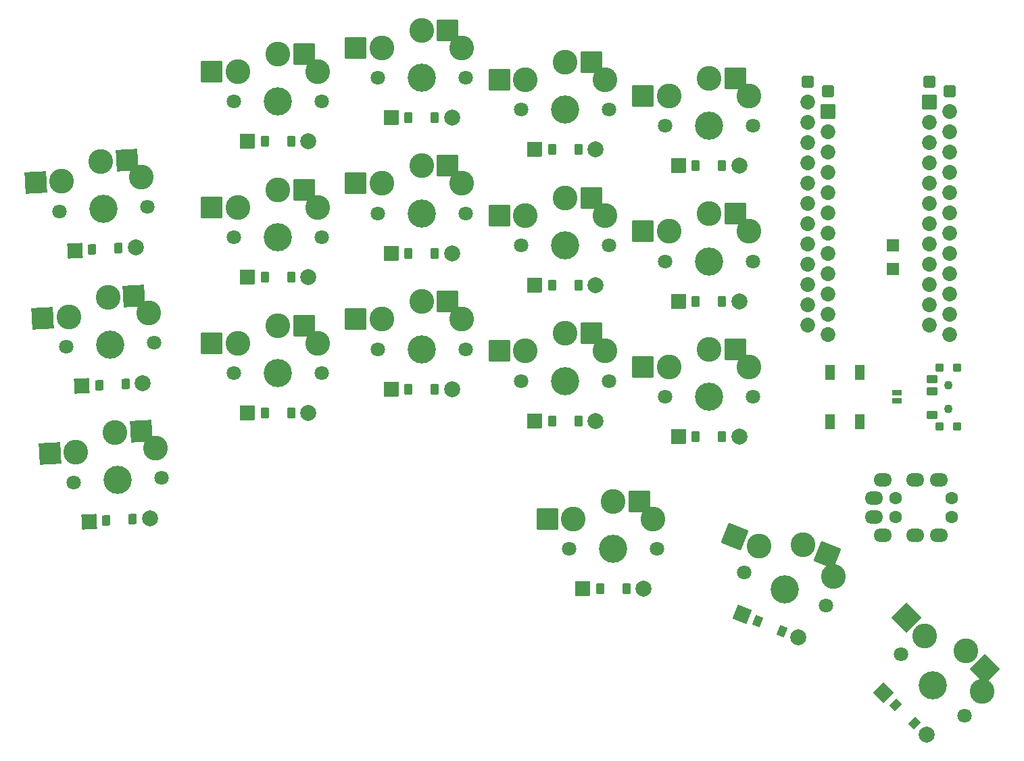
<source format=gbr>
%TF.GenerationSoftware,KiCad,Pcbnew,(6.0.4-0)*%
%TF.CreationDate,2022-05-03T20:10:54+08:00*%
%TF.ProjectId,board,626f6172-642e-46b6-9963-61645f706362,v1.0.0*%
%TF.SameCoordinates,Original*%
%TF.FileFunction,Soldermask,Top*%
%TF.FilePolarity,Negative*%
%FSLAX46Y46*%
G04 Gerber Fmt 4.6, Leading zero omitted, Abs format (unit mm)*
G04 Created by KiCad (PCBNEW (6.0.4-0)) date 2022-05-03 20:10:54*
%MOMM*%
%LPD*%
G01*
G04 APERTURE LIST*
G04 Aperture macros list*
%AMRoundRect*
0 Rectangle with rounded corners*
0 $1 Rounding radius*
0 $2 $3 $4 $5 $6 $7 $8 $9 X,Y pos of 4 corners*
0 Add a 4 corners polygon primitive as box body*
4,1,4,$2,$3,$4,$5,$6,$7,$8,$9,$2,$3,0*
0 Add four circle primitives for the rounded corners*
1,1,$1+$1,$2,$3*
1,1,$1+$1,$4,$5*
1,1,$1+$1,$6,$7*
1,1,$1+$1,$8,$9*
0 Add four rect primitives between the rounded corners*
20,1,$1+$1,$2,$3,$4,$5,0*
20,1,$1+$1,$4,$5,$6,$7,0*
20,1,$1+$1,$6,$7,$8,$9,0*
20,1,$1+$1,$8,$9,$2,$3,0*%
G04 Aperture macros list end*
%ADD10RoundRect,0.050000X-0.450000X0.450000X-0.450000X-0.450000X0.450000X-0.450000X0.450000X0.450000X0*%
%ADD11C,1.100000*%
%ADD12RoundRect,0.050000X-0.625000X0.450000X-0.625000X-0.450000X0.625000X-0.450000X0.625000X0.450000X0*%
%ADD13RoundRect,0.050000X-0.550000X0.900000X-0.550000X-0.900000X0.550000X-0.900000X0.550000X0.900000X0*%
%ADD14C,2.005000*%
%ADD15RoundRect,0.050000X-0.450000X-0.600000X0.450000X-0.600000X0.450000X0.600000X-0.450000X0.600000X0*%
%ADD16RoundRect,0.050000X-0.889000X-0.889000X0.889000X-0.889000X0.889000X0.889000X-0.889000X0.889000X0*%
%ADD17RoundRect,0.050000X-0.641997X-0.387737X0.192469X-0.724883X0.641997X0.387737X-0.192469X0.724883X0*%
%ADD18RoundRect,0.050000X-1.157292X-0.491241X0.491241X-1.157292X1.157292X0.491241X-0.491241X1.157292X0*%
%ADD19C,1.801800*%
%ADD20C,3.100000*%
%ADD21C,3.529000*%
%ADD22RoundRect,0.050000X-1.230182X-1.366255X1.366255X-1.230182X1.230182X1.366255X-1.366255X1.230182X0*%
%ADD23RoundRect,0.050000X-0.750000X-0.750000X0.750000X-0.750000X0.750000X0.750000X-0.750000X0.750000X0*%
%ADD24RoundRect,0.050000X-1.300000X-1.300000X1.300000X-1.300000X1.300000X1.300000X-1.300000X1.300000X0*%
%ADD25RoundRect,0.050000X-0.571500X0.317500X-0.571500X-0.317500X0.571500X-0.317500X0.571500X0.317500X0*%
%ADD26RoundRect,0.050000X-0.740498X-0.119008X-0.093092X-0.744200X0.740498X0.119008X0.093092X0.744200X0*%
%ADD27RoundRect,0.050000X-1.257044X-0.021942X0.021942X-1.257044X1.257044X0.021942X-0.021942X1.257044X0*%
%ADD28RoundRect,0.050000X-0.876300X0.876300X-0.876300X-0.876300X0.876300X-0.876300X0.876300X0.876300X0*%
%ADD29C,1.852600*%
%ADD30RoundRect,0.425000X-0.375000X-0.375000X0.375000X-0.375000X0.375000X0.375000X-0.375000X0.375000X0*%
%ADD31RoundRect,0.050000X-0.417982X-0.622729X0.480785X-0.575627X0.417982X0.622729X-0.480785X0.575627X0*%
%ADD32RoundRect,0.050000X-0.841255X-0.934308X0.934308X-0.841255X0.841255X0.934308X-0.934308X0.841255X0*%
%ADD33C,1.600000*%
%ADD34O,2.300000X1.700000*%
%ADD35RoundRect,0.050000X-1.692328X-0.718350X0.718350X-1.692328X1.692328X0.718350X-0.718350X1.692328X0*%
%ADD36RoundRect,0.050000X-1.838198X-0.032086X0.032086X-1.838198X1.838198X0.032086X-0.032086X1.838198X0*%
G04 APERTURE END LIST*
D10*
%TO.C,T1*%
X142370000Y-76230000D03*
X144570000Y-76230000D03*
X142370000Y-68830000D03*
X144570000Y-68830000D03*
D11*
X143470000Y-71030000D03*
X143470000Y-74030000D03*
D12*
X141395000Y-74780000D03*
X141395000Y-71780000D03*
X141395000Y-70280000D03*
%TD*%
D13*
%TO.C,B1*%
X132320000Y-69430000D03*
X132320000Y-75630000D03*
X128620000Y-69430000D03*
X128620000Y-75630000D03*
%TD*%
D14*
%TO.C,D14*%
X117280000Y-60530000D03*
D15*
X111820000Y-60530000D03*
D16*
X109660000Y-60530000D03*
D15*
X115120000Y-60530000D03*
%TD*%
D14*
%TO.C,D17*%
X124645407Y-102650143D03*
D17*
X119582984Y-100604791D03*
X122642690Y-101840993D03*
D18*
X117580267Y-99795641D03*
%TD*%
D14*
%TO.C,D15*%
X117280000Y-43530000D03*
D15*
X111820000Y-43530000D03*
X115120000Y-43530000D03*
D16*
X109660000Y-43530000D03*
%TD*%
D19*
%TO.C,S1*%
X33877538Y-83234291D03*
X44862462Y-82658595D03*
D20*
X34180592Y-79463262D03*
X39058601Y-77004597D03*
X39058601Y-77004597D03*
D21*
X39370000Y-82946443D03*
D20*
X44166888Y-78939902D03*
D22*
X42329113Y-76833197D03*
X30910081Y-79634662D03*
%TD*%
D23*
%TO.C,PAD1*%
X136470000Y-56530000D03*
%TD*%
D20*
%TO.C,S11*%
X90470000Y-49780000D03*
X95470000Y-47580000D03*
X100470000Y-49780000D03*
D19*
X89970000Y-53530000D03*
X100970000Y-53530000D03*
D20*
X95470000Y-47580000D03*
D21*
X95470000Y-53530000D03*
D24*
X98745000Y-47580000D03*
X87195000Y-49780000D03*
%TD*%
D25*
%TO.C,J2*%
X136970000Y-72029620D03*
X136970000Y-73030380D03*
%TD*%
D26*
%TO.C,D18*%
X136848108Y-111066099D03*
D14*
X140775704Y-114858933D03*
D26*
X139221930Y-113358471D03*
D27*
X135294334Y-109565637D03*
%TD*%
D19*
%TO.C,S7*%
X71970000Y-66530000D03*
D20*
X72470000Y-62780000D03*
D19*
X82970000Y-66530000D03*
D20*
X77470000Y-60580000D03*
D21*
X77470000Y-66530000D03*
D20*
X82470000Y-62780000D03*
X77470000Y-60580000D03*
D24*
X80745000Y-60580000D03*
X69195000Y-62780000D03*
%TD*%
D20*
%TO.C,S13*%
X108470000Y-68780000D03*
X113470000Y-66580000D03*
X118470000Y-68780000D03*
X113470000Y-66580000D03*
D19*
X118970000Y-72530000D03*
D21*
X113470000Y-72530000D03*
D19*
X107970000Y-72530000D03*
D24*
X116745000Y-66580000D03*
X105195000Y-68780000D03*
%TD*%
D28*
%TO.C,MCU2*%
X128350000Y-36810000D03*
D29*
X128350000Y-39350000D03*
X128350000Y-41890000D03*
X128350000Y-44430000D03*
X128350000Y-46970000D03*
X128350000Y-49510000D03*
X128350000Y-52050000D03*
X128350000Y-54590000D03*
X128350000Y-57130000D03*
X128350000Y-59670000D03*
X128350000Y-62210000D03*
X128350000Y-64750000D03*
X143590000Y-36810000D03*
X143590000Y-39350000D03*
X143590000Y-41890000D03*
X143590000Y-44430000D03*
X143590000Y-46970000D03*
X143590000Y-49510000D03*
X143590000Y-52050000D03*
X143590000Y-54590000D03*
X143590000Y-57130000D03*
X143590000Y-59670000D03*
X143590000Y-62210000D03*
X143590000Y-64750000D03*
D30*
X143590000Y-34270000D03*
X128350000Y-34270000D03*
%TD*%
D31*
%TO.C,D1*%
X37980615Y-88025945D03*
D14*
X43433133Y-87740191D03*
D32*
X35823575Y-88138991D03*
D31*
X41276093Y-87853237D03*
%TD*%
D20*
%TO.C,S8*%
X77470000Y-43580000D03*
D19*
X71970000Y-49530000D03*
D20*
X82470000Y-45780000D03*
X77470000Y-43580000D03*
D19*
X82970000Y-49530000D03*
D20*
X72470000Y-45780000D03*
D21*
X77470000Y-49530000D03*
D24*
X80745000Y-43580000D03*
X69195000Y-45780000D03*
%TD*%
D19*
%TO.C,S10*%
X89970000Y-70530000D03*
D20*
X95470000Y-64580000D03*
D19*
X100970000Y-70530000D03*
D20*
X100470000Y-66780000D03*
X90470000Y-66780000D03*
X95470000Y-64580000D03*
D21*
X95470000Y-70530000D03*
D24*
X98745000Y-64580000D03*
X87195000Y-66780000D03*
%TD*%
D14*
%TO.C,D16*%
X105280000Y-96530000D03*
D15*
X99820000Y-96530000D03*
X103120000Y-96530000D03*
D16*
X97660000Y-96530000D03*
%TD*%
D19*
%TO.C,S6*%
X64970000Y-35530000D03*
D21*
X59470000Y-35530000D03*
D20*
X64470000Y-31780000D03*
X59470000Y-29580000D03*
X54470000Y-31780000D03*
D19*
X53970000Y-35530000D03*
D20*
X59470000Y-29580000D03*
D24*
X62745000Y-29580000D03*
X51195000Y-31780000D03*
%TD*%
D31*
%TO.C,D3*%
X36201192Y-54072540D03*
D14*
X41653710Y-53786786D03*
D31*
X39496670Y-53899832D03*
D32*
X34044152Y-54185586D03*
%TD*%
D19*
%TO.C,S9*%
X71970000Y-32530000D03*
D20*
X77470000Y-26580000D03*
X82470000Y-28780000D03*
D19*
X82970000Y-32530000D03*
D21*
X77470000Y-32530000D03*
D20*
X77470000Y-26580000D03*
X72470000Y-28780000D03*
D24*
X80745000Y-26580000D03*
X69195000Y-28780000D03*
%TD*%
D19*
%TO.C,S15*%
X118970000Y-38530000D03*
D20*
X118470000Y-34780000D03*
X113470000Y-32580000D03*
X113470000Y-32580000D03*
D19*
X107970000Y-38530000D03*
D20*
X108470000Y-34780000D03*
D21*
X113470000Y-38530000D03*
D24*
X116745000Y-32580000D03*
X105195000Y-34780000D03*
%TD*%
D14*
%TO.C,D6*%
X63280000Y-40530000D03*
D15*
X57820000Y-40530000D03*
X61120000Y-40530000D03*
D16*
X55660000Y-40530000D03*
%TD*%
D19*
%TO.C,S5*%
X64970000Y-52530000D03*
D21*
X59470000Y-52530000D03*
D20*
X59470000Y-46580000D03*
X59470000Y-46580000D03*
X64470000Y-48780000D03*
X54470000Y-48780000D03*
D19*
X53970000Y-52530000D03*
D24*
X62745000Y-46580000D03*
X51195000Y-48780000D03*
%TD*%
D15*
%TO.C,D9*%
X75820000Y-37530000D03*
D14*
X81280000Y-37530000D03*
D16*
X73660000Y-37530000D03*
D15*
X79120000Y-37530000D03*
%TD*%
D14*
%TO.C,D2*%
X42543422Y-70763489D03*
D31*
X37090904Y-71049243D03*
X40386382Y-70876535D03*
D32*
X34933864Y-71162289D03*
%TD*%
D30*
%TO.C,MCU1*%
X141090000Y-33020000D03*
X125850000Y-33020000D03*
D29*
X125850000Y-63500000D03*
X125850000Y-60960000D03*
X125850000Y-58420000D03*
X125850000Y-55880000D03*
X125850000Y-53340000D03*
X125850000Y-50800000D03*
X125850000Y-48260000D03*
X125850000Y-45720000D03*
X125850000Y-43180000D03*
X125850000Y-40640000D03*
X125850000Y-38100000D03*
X125850000Y-35560000D03*
X141090000Y-63500000D03*
X141090000Y-60960000D03*
X141090000Y-58420000D03*
X141090000Y-55880000D03*
X141090000Y-53340000D03*
X141090000Y-50800000D03*
X141090000Y-48260000D03*
X141090000Y-45720000D03*
X141090000Y-43180000D03*
X141090000Y-40640000D03*
X141090000Y-38100000D03*
D28*
X141090000Y-35560000D03*
%TD*%
D19*
%TO.C,S2*%
X43969425Y-65681893D03*
D21*
X38476963Y-65969741D03*
D19*
X32984501Y-66257589D03*
D20*
X43273851Y-61963200D03*
X38165564Y-60027895D03*
X33287555Y-62486560D03*
X38165564Y-60027895D03*
D22*
X41436076Y-59856495D03*
X30017044Y-62657960D03*
%TD*%
D33*
%TO.C,TRRS1*%
X143870000Y-87530000D03*
X143870000Y-85230000D03*
X136870000Y-85230000D03*
X136870000Y-87530000D03*
D34*
X134170000Y-87530000D03*
X134170000Y-85230000D03*
X135270000Y-82930000D03*
X135270000Y-89830000D03*
X139270000Y-89830000D03*
X139270000Y-82930000D03*
X142270000Y-89830000D03*
X142270000Y-82930000D03*
%TD*%
D11*
%TO.C,T2*%
X143470000Y-74030000D03*
X143470000Y-71030000D03*
%TD*%
D21*
%TO.C,S16*%
X101470000Y-91530000D03*
D20*
X101470000Y-85580000D03*
D19*
X106970000Y-91530000D03*
D20*
X106470000Y-87780000D03*
D19*
X95970000Y-91530000D03*
D20*
X101470000Y-85580000D03*
X96470000Y-87780000D03*
D24*
X104745000Y-85580000D03*
X93195000Y-87780000D03*
%TD*%
D20*
%TO.C,S3*%
X37275853Y-43051193D03*
X32397844Y-45509858D03*
D21*
X37587252Y-48993039D03*
D19*
X43079714Y-48705191D03*
D20*
X37275853Y-43051193D03*
D19*
X32094790Y-49280887D03*
D20*
X42384140Y-44986498D03*
D22*
X40546365Y-42879793D03*
X29127333Y-45681258D03*
%TD*%
D21*
%TO.C,S17*%
X122985870Y-96586973D03*
D20*
X129026564Y-94983067D03*
X125214779Y-91070229D03*
D19*
X128085381Y-98647309D03*
D20*
X119754725Y-91237001D03*
D19*
X117886359Y-94526637D03*
D20*
X125214779Y-91070229D03*
D35*
X128251306Y-92297066D03*
X116718198Y-90010164D03*
%TD*%
D15*
%TO.C,D12*%
X93820000Y-41530000D03*
D14*
X99280000Y-41530000D03*
D16*
X91660000Y-41530000D03*
D15*
X97120000Y-41530000D03*
%TD*%
%TO.C,D8*%
X75820000Y-54530000D03*
D14*
X81280000Y-54530000D03*
D16*
X73660000Y-54530000D03*
D15*
X79120000Y-54530000D03*
%TD*%
%TO.C,D13*%
X111820000Y-77530000D03*
D14*
X117280000Y-77530000D03*
D16*
X109660000Y-77530000D03*
D15*
X115120000Y-77530000D03*
%TD*%
D19*
%TO.C,S4*%
X64970000Y-69530000D03*
X53970000Y-69530000D03*
D20*
X64470000Y-65780000D03*
X54470000Y-65780000D03*
X59470000Y-63580000D03*
D21*
X59470000Y-69530000D03*
D20*
X59470000Y-63580000D03*
D24*
X62745000Y-63580000D03*
X51195000Y-65780000D03*
%TD*%
D15*
%TO.C,D10*%
X93820000Y-75530000D03*
D14*
X99280000Y-75530000D03*
D15*
X97120000Y-75530000D03*
D16*
X91660000Y-75530000D03*
%TD*%
D15*
%TO.C,D5*%
X57820000Y-57530000D03*
D14*
X63280000Y-57530000D03*
D16*
X55660000Y-57530000D03*
D15*
X61120000Y-57530000D03*
%TD*%
%TO.C,D7*%
X75820000Y-71530000D03*
D14*
X81280000Y-71530000D03*
D16*
X73660000Y-71530000D03*
D15*
X79120000Y-71530000D03*
%TD*%
D19*
%TO.C,S14*%
X118970000Y-55530000D03*
X107970000Y-55530000D03*
D20*
X113470000Y-49580000D03*
X118470000Y-51780000D03*
D21*
X113470000Y-55530000D03*
D20*
X108470000Y-51780000D03*
X113470000Y-49580000D03*
D24*
X116745000Y-49580000D03*
X105195000Y-51780000D03*
%TD*%
D15*
%TO.C,D11*%
X93820000Y-58530000D03*
D14*
X99280000Y-58530000D03*
D16*
X91660000Y-58530000D03*
D15*
X97120000Y-58530000D03*
%TD*%
D20*
%TO.C,S18*%
X145641528Y-104335514D03*
X145641528Y-104335514D03*
X147709979Y-109391354D03*
D19*
X145464680Y-112436207D03*
D21*
X141508311Y-108615586D03*
D19*
X137551942Y-104794965D03*
D20*
X140516581Y-102444770D03*
D36*
X147997366Y-106610520D03*
X138160743Y-100169764D03*
%TD*%
D23*
%TO.C,PAD2*%
X136470000Y-53530000D03*
%TD*%
D20*
%TO.C,S12*%
X95470000Y-30580000D03*
X90470000Y-32780000D03*
X95470000Y-30580000D03*
X100470000Y-32780000D03*
D21*
X95470000Y-36530000D03*
D19*
X100970000Y-36530000D03*
X89970000Y-36530000D03*
D24*
X98745000Y-30580000D03*
X87195000Y-32780000D03*
%TD*%
D14*
%TO.C,D4*%
X63280000Y-74530000D03*
D15*
X57820000Y-74530000D03*
X61120000Y-74530000D03*
D16*
X55660000Y-74530000D03*
%TD*%
M02*

</source>
